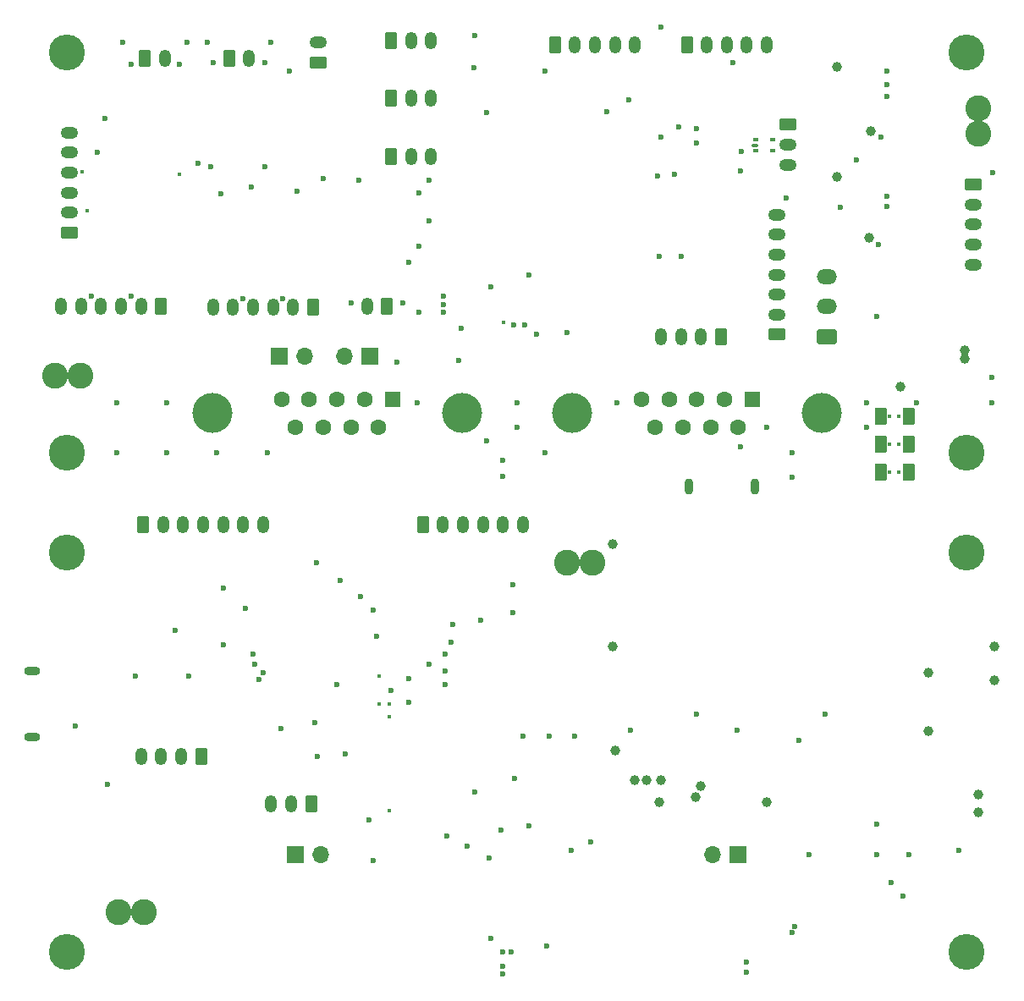
<source format=gbr>
%TF.GenerationSoftware,KiCad,Pcbnew,9.0.0*%
%TF.CreationDate,2025-05-15T12:13:46+12:00*%
%TF.ProjectId,,58585858-5858-4585-9858-585858585858,rev?*%
%TF.SameCoordinates,Original*%
%TF.FileFunction,Copper,L2,Bot*%
%TF.FilePolarity,Positive*%
%FSLAX46Y46*%
G04 Gerber Fmt 4.6, Leading zero omitted, Abs format (unit mm)*
G04 Created by KiCad (PCBNEW 9.0.0) date 2025-05-15 12:13:46*
%MOMM*%
%LPD*%
G01*
G04 APERTURE LIST*
G04 Aperture macros list*
%AMRoundRect*
0 Rectangle with rounded corners*
0 $1 Rounding radius*
0 $2 $3 $4 $5 $6 $7 $8 $9 X,Y pos of 4 corners*
0 Add a 4 corners polygon primitive as box body*
4,1,4,$2,$3,$4,$5,$6,$7,$8,$9,$2,$3,0*
0 Add four circle primitives for the rounded corners*
1,1,$1+$1,$2,$3*
1,1,$1+$1,$4,$5*
1,1,$1+$1,$6,$7*
1,1,$1+$1,$8,$9*
0 Add four rect primitives between the rounded corners*
20,1,$1+$1,$2,$3,$4,$5,0*
20,1,$1+$1,$4,$5,$6,$7,0*
20,1,$1+$1,$6,$7,$8,$9,0*
20,1,$1+$1,$8,$9,$2,$3,0*%
G04 Aperture macros list end*
%TA.AperFunction,ComponentPad*%
%ADD10C,3.600000*%
%TD*%
%TA.AperFunction,ComponentPad*%
%ADD11C,2.600000*%
%TD*%
%TA.AperFunction,ComponentPad*%
%ADD12RoundRect,0.250000X0.350000X0.625000X-0.350000X0.625000X-0.350000X-0.625000X0.350000X-0.625000X0*%
%TD*%
%TA.AperFunction,ComponentPad*%
%ADD13O,1.200000X1.750000*%
%TD*%
%TA.AperFunction,ComponentPad*%
%ADD14RoundRect,0.250000X-0.350000X-0.625000X0.350000X-0.625000X0.350000X0.625000X-0.350000X0.625000X0*%
%TD*%
%TA.AperFunction,ComponentPad*%
%ADD15R,1.700000X1.700000*%
%TD*%
%TA.AperFunction,ComponentPad*%
%ADD16O,1.700000X1.700000*%
%TD*%
%TA.AperFunction,HeatsinkPad*%
%ADD17O,1.600000X0.900000*%
%TD*%
%TA.AperFunction,SMDPad,CuDef*%
%ADD18RoundRect,0.250000X-0.375000X-0.625000X0.375000X-0.625000X0.375000X0.625000X-0.375000X0.625000X0*%
%TD*%
%TA.AperFunction,ComponentPad*%
%ADD19C,4.000000*%
%TD*%
%TA.AperFunction,ComponentPad*%
%ADD20R,1.600000X1.600000*%
%TD*%
%TA.AperFunction,ComponentPad*%
%ADD21C,1.600000*%
%TD*%
%TA.AperFunction,ComponentPad*%
%ADD22RoundRect,0.250000X0.625000X-0.350000X0.625000X0.350000X-0.625000X0.350000X-0.625000X-0.350000X0*%
%TD*%
%TA.AperFunction,ComponentPad*%
%ADD23O,1.750000X1.200000*%
%TD*%
%TA.AperFunction,ComponentPad*%
%ADD24RoundRect,0.250000X-0.625000X0.350000X-0.625000X-0.350000X0.625000X-0.350000X0.625000X0.350000X0*%
%TD*%
%TA.AperFunction,SMDPad,CuDef*%
%ADD25RoundRect,0.095000X-0.155000X-0.095000X0.155000X-0.095000X0.155000X0.095000X-0.155000X0.095000X0*%
%TD*%
%TA.AperFunction,SMDPad,CuDef*%
%ADD26RoundRect,0.075000X-0.250000X-0.075000X0.250000X-0.075000X0.250000X0.075000X-0.250000X0.075000X0*%
%TD*%
%TA.AperFunction,ComponentPad*%
%ADD27RoundRect,0.250001X0.759999X-0.499999X0.759999X0.499999X-0.759999X0.499999X-0.759999X-0.499999X0*%
%TD*%
%TA.AperFunction,ComponentPad*%
%ADD28O,2.020000X1.500000*%
%TD*%
%TA.AperFunction,HeatsinkPad*%
%ADD29O,0.900000X1.600000*%
%TD*%
%TA.AperFunction,ViaPad*%
%ADD30C,0.600000*%
%TD*%
%TA.AperFunction,ViaPad*%
%ADD31C,1.000000*%
%TD*%
%TA.AperFunction,ViaPad*%
%ADD32C,0.450000*%
%TD*%
G04 APERTURE END LIST*
D10*
%TO.P,H2,1,1*%
%TO.N,GND*%
X189521320Y-102121320D03*
%TD*%
%TO.P,H1,1,1*%
%TO.N,GND*%
X99521320Y-102121320D03*
%TD*%
D11*
%TO.P,TP20,1,1*%
%TO.N,GND*%
X149521320Y-103121320D03*
X152061320Y-103121320D03*
%TD*%
D12*
%TO.P,J2,1,Pin_1*%
%TO.N,/UART2_RX*%
X123921320Y-127321320D03*
D13*
%TO.P,J2,2,Pin_2*%
%TO.N,GND*%
X121921320Y-127321320D03*
%TO.P,J2,3,Pin_3*%
%TO.N,/UART2_TX*%
X119921320Y-127321320D03*
%TD*%
D14*
%TO.P,J18,1,Pin_1*%
%TO.N,GND*%
X107121320Y-99321320D03*
D13*
%TO.P,J18,2,Pin_2*%
%TO.N,/PWM_EXT*%
X109121320Y-99321320D03*
%TO.P,J18,3,Pin_3*%
%TO.N,/A11*%
X111121320Y-99321320D03*
%TO.P,J18,4,Pin_4*%
%TO.N,+3V3*%
X113121320Y-99321320D03*
%TO.P,J18,5,Pin_5*%
%TO.N,/A9*%
X115121320Y-99321320D03*
%TO.P,J18,6,Pin_6*%
%TO.N,/A8*%
X117121320Y-99321320D03*
%TO.P,J18,7,Pin_7*%
%TO.N,GND*%
X119121320Y-99321320D03*
%TD*%
D11*
%TO.P,TP19,1,1*%
%TO.N,GND*%
X104651320Y-138121320D03*
X107191320Y-138121320D03*
%TD*%
D10*
%TO.P,H3,1,1*%
%TO.N,GND*%
X99521320Y-142121320D03*
%TD*%
D15*
%TO.P,J10,1,Pin_1*%
%TO.N,/CANL2*%
X122321320Y-132321320D03*
D16*
%TO.P,J10,2,Pin_2*%
%TO.N,Net-(J10-Pin_2)*%
X124861320Y-132321320D03*
%TD*%
D14*
%TO.P,J8,1,Pin_1*%
%TO.N,GND*%
X135121320Y-99371320D03*
D13*
%TO.P,J8,2,Pin_2*%
%TO.N,/SPI_MOSI*%
X137121320Y-99371320D03*
%TO.P,J8,3,Pin_3*%
%TO.N,/SPI_MISO*%
X139121320Y-99371320D03*
%TO.P,J8,4,Pin_4*%
%TO.N,/SPI_SCK*%
X141121320Y-99371320D03*
%TO.P,J8,5,Pin_5*%
%TO.N,/SPI_CS*%
X143121320Y-99371320D03*
%TO.P,J8,6,Pin_6*%
%TO.N,+3V3*%
X145121320Y-99371320D03*
%TD*%
D15*
%TO.P,J9,1,Pin_1*%
%TO.N,/CANH1*%
X166596320Y-132321320D03*
D16*
%TO.P,J9,2,Pin_2*%
%TO.N,Net-(J9-Pin_2)*%
X164056320Y-132321320D03*
%TD*%
D12*
%TO.P,J1,1,Pin_1*%
%TO.N,/SWCLK*%
X112921320Y-122521320D03*
D13*
%TO.P,J1,2,Pin_2*%
%TO.N,GND*%
X110921320Y-122521320D03*
%TO.P,J1,3,Pin_3*%
%TO.N,/SWDIO*%
X108921320Y-122521320D03*
%TO.P,J1,4,Pin_4*%
%TO.N,/NRST*%
X106921320Y-122521320D03*
%TD*%
D17*
%TO.P,J4,6,Shield*%
%TO.N,unconnected-(J4-Shield-Pad6)*%
X96046320Y-114021320D03*
%TO.N,unconnected-(J4-Shield-Pad6)_1*%
X96046320Y-120621320D03*
%TD*%
D10*
%TO.P,H4,1,1*%
%TO.N,GND*%
X189521320Y-142121320D03*
%TD*%
D14*
%TO.P,J17,1,Pin_1*%
%TO.N,GND*%
X131921320Y-56671320D03*
D13*
%TO.P,J17,2,Pin_2*%
%TO.N,Net-(J17-Pin_2)*%
X133921320Y-56671320D03*
%TO.P,J17,3,Pin_3*%
%TO.N,+5VA*%
X135921320Y-56671320D03*
%TD*%
D14*
%TO.P,J10,1,Pin_1*%
%TO.N,GND*%
X148321320Y-51321320D03*
D13*
%TO.P,J10,2,Pin_2*%
%TO.N,/I2C3_SDA*%
X150321320Y-51321320D03*
%TO.P,J10,3,Pin_3*%
%TO.N,+5V*%
X152321320Y-51321320D03*
%TO.P,J10,4,Pin_4*%
%TO.N,/I2C3_SCL*%
X154321320Y-51321320D03*
%TO.P,J10,5,Pin_5*%
%TO.N,+3V3*%
X156321320Y-51321320D03*
%TD*%
D12*
%TO.P,J1,1,Pin_1*%
%TO.N,/SWCLK*%
X164921320Y-80521320D03*
D13*
%TO.P,J1,2,Pin_2*%
%TO.N,GND*%
X162921320Y-80521320D03*
%TO.P,J1,3,Pin_3*%
%TO.N,/SWDIO*%
X160921320Y-80521320D03*
%TO.P,J1,4,Pin_4*%
%TO.N,/NRST*%
X158921320Y-80521320D03*
%TD*%
D18*
%TO.P,D5,1,K*%
%TO.N,GND*%
X180921320Y-88521320D03*
%TO.P,D5,2,A*%
%TO.N,Net-(D5-A)*%
X183721320Y-88521320D03*
%TD*%
D12*
%TO.P,J16,1,Pin_1*%
%TO.N,+5VA*%
X108921320Y-77521320D03*
D13*
%TO.P,J16,2,Pin_2*%
%TO.N,/Analog Domain/LC_C_SENSE+*%
X106921320Y-77521320D03*
%TO.P,J16,3,Pin_3*%
%TO.N,/Analog Domain/LC_C_SIG+*%
X104921320Y-77521320D03*
%TO.P,J16,4,Pin_4*%
%TO.N,/Analog Domain/LC_C_SIG-*%
X102921320Y-77521320D03*
%TO.P,J16,5,Pin_5*%
%TO.N,/Analog Domain/LC_C_SENSE-*%
X100921320Y-77521320D03*
%TO.P,J16,6,Pin_6*%
%TO.N,GND*%
X98921320Y-77521320D03*
%TD*%
D14*
%TO.P,J21,1,Pin_1*%
%TO.N,Net-(J21-Pin_1)*%
X115721320Y-52651320D03*
D13*
%TO.P,J21,2,Pin_2*%
%TO.N,Net-(J21-Pin_2)*%
X117721320Y-52651320D03*
%TD*%
D14*
%TO.P,J19,1,Pin_1*%
%TO.N,GND*%
X131921320Y-62471320D03*
D13*
%TO.P,J19,2,Pin_2*%
%TO.N,Net-(J19-Pin_2)*%
X133921320Y-62471320D03*
%TO.P,J19,3,Pin_3*%
%TO.N,+5VA*%
X135921320Y-62471320D03*
%TD*%
D19*
%TO.P,J6,0*%
%TO.N,N/C*%
X175021320Y-88201320D03*
X150021320Y-88201320D03*
D20*
%TO.P,J6,1,1*%
%TO.N,/+7V4_CAN*%
X168061320Y-86781320D03*
D21*
%TO.P,J6,2,2*%
%TO.N,GND*%
X165291320Y-86781320D03*
%TO.P,J6,3,3*%
%TO.N,unconnected-(J6-Pad3)*%
X162521320Y-86781320D03*
%TO.P,J6,4,4*%
%TO.N,GND*%
X159751320Y-86781320D03*
%TO.P,J6,5,5*%
%TO.N,/+7V4_CAN*%
X156981320Y-86781320D03*
%TO.P,J6,6,6*%
%TO.N,/CANH1*%
X166676320Y-89621320D03*
%TO.P,J6,7,7*%
%TO.N,/CANL1*%
X163906320Y-89621320D03*
%TO.P,J6,8,8*%
%TO.N,/CANH2*%
X161136320Y-89621320D03*
%TO.P,J6,9,9*%
%TO.N,/CANL2*%
X158366320Y-89621320D03*
%TD*%
D22*
%TO.P,J22,1,Pin_1*%
%TO.N,Net-(J22-Pin_1)*%
X124671320Y-53121320D03*
D23*
%TO.P,J22,2,Pin_2*%
%TO.N,GND*%
X124671320Y-51121320D03*
%TD*%
D12*
%TO.P,J18,1,Pin_1*%
%TO.N,Net-(J18-Pin_1)*%
X131521320Y-77521320D03*
D13*
%TO.P,J18,2,Pin_2*%
%TO.N,Net-(J18-Pin_2)*%
X129521320Y-77521320D03*
%TD*%
D24*
%TO.P,J5,1,Pin_1*%
%TO.N,GND*%
X190171320Y-65321320D03*
D23*
%TO.P,J5,2,Pin_2*%
%TO.N,/I2C1_SDA*%
X190171320Y-67321320D03*
%TO.P,J5,3,Pin_3*%
%TO.N,+5V*%
X190171320Y-69321320D03*
%TO.P,J5,4,Pin_4*%
%TO.N,/I2C1_SCL*%
X190171320Y-71321320D03*
%TO.P,J5,5,Pin_5*%
%TO.N,+3V3*%
X190171320Y-73321320D03*
%TD*%
D18*
%TO.P,D7,1,K*%
%TO.N,GND*%
X180921320Y-94121320D03*
%TO.P,D7,2,A*%
%TO.N,Net-(D7-A)*%
X183721320Y-94121320D03*
%TD*%
D22*
%TO.P,J13,1,Pin_1*%
%TO.N,+5VA*%
X99721320Y-70121320D03*
D23*
%TO.P,J13,2,Pin_2*%
%TO.N,/Analog Domain/LC_A_SENSE+*%
X99721320Y-68121320D03*
%TO.P,J13,3,Pin_3*%
%TO.N,/Analog Domain/LC_A_SIG+*%
X99721320Y-66121320D03*
%TO.P,J13,4,Pin_4*%
%TO.N,/Analog Domain/LC_A_SIG-*%
X99721320Y-64121320D03*
%TO.P,J13,5,Pin_5*%
%TO.N,/Analog Domain/LC_A_SENSE-*%
X99721320Y-62121320D03*
%TO.P,J13,6,Pin_6*%
%TO.N,GND*%
X99721320Y-60121320D03*
%TD*%
D18*
%TO.P,D6,1,K*%
%TO.N,GND*%
X180921320Y-91321320D03*
%TO.P,D6,2,A*%
%TO.N,Net-(D6-A)*%
X183721320Y-91321320D03*
%TD*%
D19*
%TO.P,J11,0*%
%TO.N,N/C*%
X139021320Y-88201320D03*
X114021320Y-88201320D03*
D20*
%TO.P,J11,1,1*%
%TO.N,/+7V4_CAN*%
X132061320Y-86781320D03*
D21*
%TO.P,J11,2,2*%
%TO.N,GND*%
X129291320Y-86781320D03*
%TO.P,J11,3,3*%
%TO.N,unconnected-(J11-Pad3)*%
X126521320Y-86781320D03*
%TO.P,J11,4,4*%
%TO.N,GND*%
X123751320Y-86781320D03*
%TO.P,J11,5,5*%
%TO.N,/+7V4_CAN*%
X120981320Y-86781320D03*
%TO.P,J11,6,6*%
%TO.N,/CANH1*%
X130676320Y-89621320D03*
%TO.P,J11,7,7*%
%TO.N,/CANL1*%
X127906320Y-89621320D03*
%TO.P,J11,8,8*%
%TO.N,/CANH2*%
X125136320Y-89621320D03*
%TO.P,J11,9,9*%
%TO.N,/CANL2*%
X122366320Y-89621320D03*
%TD*%
D25*
%TO.P,D1,1,K1*%
%TO.N,/I2C1_SDA*%
X168421320Y-61921320D03*
D26*
%TO.P,D1,2,A*%
%TO.N,GND*%
X168341320Y-61381320D03*
D25*
%TO.P,D1,3,K2*%
%TO.N,/I2C1_SCL*%
X168421320Y-60841320D03*
%TO.P,D1,4,K3*%
%TO.N,/UART2_RX*%
X170121320Y-60841320D03*
%TO.P,D1,5,K4*%
%TO.N,/UART2_TX*%
X170121320Y-61921320D03*
%TD*%
D27*
%TO.P,J12,1,Pin_1*%
%TO.N,Net-(J12-Pin_1)*%
X175521320Y-80521320D03*
D28*
%TO.P,J12,2,Pin_2*%
%TO.N,GND*%
X175521320Y-77521320D03*
%TO.P,J12,3,Pin_3*%
X175521320Y-74521320D03*
%TD*%
D14*
%TO.P,J7,1,Pin_1*%
%TO.N,GND*%
X161521320Y-51321320D03*
D13*
%TO.P,J7,2,Pin_2*%
%TO.N,/I2C2_SDA*%
X163521320Y-51321320D03*
%TO.P,J7,3,Pin_3*%
%TO.N,+5V*%
X165521320Y-51321320D03*
%TO.P,J7,4,Pin_4*%
%TO.N,/I2C2_SCL*%
X167521320Y-51321320D03*
%TO.P,J7,5,Pin_5*%
%TO.N,+3V3*%
X169521320Y-51321320D03*
%TD*%
D14*
%TO.P,J20,1,Pin_1*%
%TO.N,Net-(J20-Pin_1)*%
X107321320Y-52721320D03*
D13*
%TO.P,J20,2,Pin_2*%
%TO.N,Net-(J20-Pin_2)*%
X109321320Y-52721320D03*
%TD*%
D12*
%TO.P,J14,1,Pin_1*%
%TO.N,+5VA*%
X124121320Y-77571320D03*
D13*
%TO.P,J14,2,Pin_2*%
%TO.N,/Analog Domain/LC_B_SENSE+*%
X122121320Y-77571320D03*
%TO.P,J14,3,Pin_3*%
%TO.N,/Analog Domain/LC_B_SIG+*%
X120121320Y-77571320D03*
%TO.P,J14,4,Pin_4*%
%TO.N,/Analog Domain/LC_B_SIG-*%
X118121320Y-77571320D03*
%TO.P,J14,5,Pin_5*%
%TO.N,/Analog Domain/LC_B_SENSE-*%
X116121320Y-77571320D03*
%TO.P,J14,6,Pin_6*%
%TO.N,GND*%
X114121320Y-77571320D03*
%TD*%
D14*
%TO.P,J15,1,Pin_1*%
%TO.N,GND*%
X131921320Y-50871320D03*
D13*
%TO.P,J15,2,Pin_2*%
%TO.N,Net-(J15-Pin_2)*%
X133921320Y-50871320D03*
%TO.P,J15,3,Pin_3*%
%TO.N,+5VA*%
X135921320Y-50871320D03*
%TD*%
D29*
%TO.P,J4,6,Shield*%
%TO.N,unconnected-(J4-Shield-Pad6)_4*%
X161721320Y-95521320D03*
%TO.N,unconnected-(J4-Shield-Pad6)*%
X168321320Y-95521320D03*
%TD*%
D10*
%TO.P,H2,1,1*%
%TO.N,GND*%
X189521320Y-52121320D03*
%TD*%
%TO.P,H1,1,1*%
%TO.N,GND*%
X99521320Y-52121320D03*
%TD*%
%TO.P,H3,1,1*%
%TO.N,GND*%
X99521320Y-92121320D03*
%TD*%
D22*
%TO.P,J3,1,Pin_1*%
%TO.N,GND*%
X170571320Y-80321320D03*
D23*
%TO.P,J3,2,Pin_2*%
%TO.N,/E1*%
X170571320Y-78321320D03*
%TO.P,J3,3,Pin_3*%
%TO.N,/E2*%
X170571320Y-76321320D03*
%TO.P,J3,4,Pin_4*%
%TO.N,+3V3*%
X170571320Y-74321320D03*
%TO.P,J3,5,Pin_5*%
%TO.N,/E3*%
X170571320Y-72321320D03*
%TO.P,J3,6,Pin_6*%
%TO.N,/E4*%
X170571320Y-70321320D03*
%TO.P,J3,7,Pin_7*%
%TO.N,GND*%
X170571320Y-68321320D03*
%TD*%
D11*
%TO.P,TP19,1,1*%
%TO.N,GND*%
X98351320Y-84421320D03*
X100891320Y-84421320D03*
%TD*%
D15*
%TO.P,J9,1,Pin_1*%
%TO.N,/CANL2*%
X120721320Y-82521320D03*
D16*
%TO.P,J9,2,Pin_2*%
%TO.N,Net-(J9-Pin_2)*%
X123261320Y-82521320D03*
%TD*%
D10*
%TO.P,H4,1,1*%
%TO.N,GND*%
X189521320Y-92121320D03*
%TD*%
D15*
%TO.P,J8,1,Pin_1*%
%TO.N,/CANH1*%
X129796320Y-82521320D03*
D16*
%TO.P,J8,2,Pin_2*%
%TO.N,Net-(J8-Pin_2)*%
X127256320Y-82521320D03*
%TD*%
D24*
%TO.P,J2,1,Pin_1*%
%TO.N,/UART2_RX*%
X171671320Y-59321320D03*
D23*
%TO.P,J2,2,Pin_2*%
%TO.N,GND*%
X171671320Y-61321320D03*
%TO.P,J2,3,Pin_3*%
%TO.N,/UART2_TX*%
X171671320Y-63321320D03*
%TD*%
D11*
%TO.P,TP20,1,1*%
%TO.N,GND*%
X190721320Y-60261320D03*
X190721320Y-57721320D03*
%TD*%
D30*
%TO.N,/PWM_A*%
X119121320Y-114121320D03*
%TO.N,Net-(J15-Pin_4)*%
X138121320Y-109321320D03*
%TO.N,/PWM_B*%
X137321320Y-115322320D03*
X118702041Y-114871320D03*
%TO.N,Net-(J14-Pin_4)*%
X140921320Y-108921320D03*
%TO.N,/CAN2_AUX*%
X130121320Y-132921320D03*
X124521320Y-122521320D03*
%TO.N,/CANL2*%
X143121320Y-142121320D03*
X143121320Y-143521320D03*
%TO.N,/CAN1_AUX*%
X151921320Y-131121320D03*
X127321320Y-122321320D03*
%TO.N,/CANH1*%
X147521320Y-141521320D03*
%TO.N,/CANL1*%
X141921320Y-140721320D03*
%TO.N,Net-(D8-A)*%
X183721320Y-132371322D03*
X181921320Y-135121320D03*
X183121320Y-136521320D03*
D31*
%TO.N,+7V4*%
X185721320Y-120021320D03*
X185721320Y-114121320D03*
X190706320Y-126321320D03*
D30*
X162521320Y-118321320D03*
D31*
X190706320Y-128121320D03*
D30*
%TO.N,GND*%
X167521320Y-143121320D03*
X130521320Y-110521320D03*
D31*
X192321320Y-111521320D03*
D30*
X150321320Y-120521320D03*
X110321320Y-109921320D03*
X147721320Y-120521320D03*
D31*
X162421320Y-126621320D03*
D30*
X180521320Y-129321320D03*
D31*
X158721320Y-127121320D03*
D30*
X172721320Y-120921320D03*
X129721320Y-128861320D03*
X139521320Y-131521320D03*
X166521320Y-119921320D03*
%TO.N,/LED2*%
X124321320Y-119121320D03*
%TO.N,/LED1*%
X120921320Y-119721320D03*
%TO.N,/PWM_EXT*%
X115121320Y-105721320D03*
X115121320Y-111321320D03*
%TO.N,Net-(J17-Pin_4)*%
X144121320Y-105321320D03*
%TO.N,/PWM_D*%
X137921320Y-111122320D03*
X118121320Y-112321320D03*
%TO.N,Net-(J16-Pin_4)*%
X144121320Y-108121320D03*
%TO.N,/PWM_C*%
X118321320Y-113321320D03*
X137321320Y-112321320D03*
%TO.N,/PWM_A*%
X137321320Y-113995320D03*
%TO.N,GND*%
X130121320Y-107921320D03*
X133721320Y-117121320D03*
X172096320Y-140121320D03*
X124471320Y-103121320D03*
X175321320Y-118321320D03*
X180521320Y-132321320D03*
X167521320Y-144121320D03*
X128871320Y-106521320D03*
D31*
X192321320Y-114921320D03*
D30*
X172321320Y-139521320D03*
X145121320Y-120521320D03*
X144321320Y-124721320D03*
D31*
X154121320Y-101321320D03*
D30*
X133721320Y-114721320D03*
X143921320Y-142121320D03*
X155921320Y-119921320D03*
X126871320Y-104921320D03*
X131921320Y-115921320D03*
X143121320Y-144321320D03*
D31*
X162921320Y-125521320D03*
D30*
X145721320Y-129521320D03*
D32*
X131722214Y-118569291D03*
D30*
X126521320Y-115321320D03*
D31*
X169521320Y-127121320D03*
X154121320Y-111521320D03*
D30*
X100321320Y-119521320D03*
X142921320Y-129921320D03*
X135721320Y-113321320D03*
%TO.N,+3V3*%
X117321320Y-107721320D03*
X137521320Y-130521320D03*
X106321320Y-114521320D03*
D32*
X130721320Y-117321320D03*
X130721320Y-114521320D03*
D31*
X158921320Y-124921320D03*
D30*
X140296320Y-126121320D03*
X141721320Y-132721320D03*
D31*
X154371320Y-121921320D03*
X156321320Y-124921320D03*
X157521320Y-124921320D03*
D32*
X131721320Y-117321320D03*
D30*
X111721320Y-114521320D03*
X173721320Y-132321320D03*
X103521320Y-125321320D03*
X188721320Y-131921320D03*
D32*
X131721320Y-127921320D03*
D30*
X149921320Y-131921320D03*
%TO.N,Net-(U5-DRDY_N)*%
X134721320Y-66121320D03*
%TO.N,Net-(U5-RESET_N)*%
X128721320Y-64921320D03*
%TO.N,/2S+ A10*%
X171421320Y-66621320D03*
%TO.N,/I2C1_SDA*%
X160921320Y-72521320D03*
%TO.N,/I2C1_SCL*%
X158721320Y-72521320D03*
%TO.N,/NRST*%
X158571320Y-64471320D03*
D32*
%TO.N,Net-(D6-A)*%
X182721320Y-91321320D03*
D30*
%TO.N,/CANL2*%
X143121320Y-92921320D03*
X143121320Y-94521320D03*
%TO.N,/CANH1*%
X147321320Y-92121320D03*
%TO.N,/CANL1*%
X141521320Y-90921320D03*
D32*
%TO.N,GND*%
X101024818Y-64004065D03*
D30*
X179521320Y-89621320D03*
D31*
X179796320Y-70646320D03*
D30*
X103321320Y-58721320D03*
D32*
X181821320Y-94121320D03*
D30*
X104521320Y-87121320D03*
X176858820Y-67583820D03*
D31*
X176521320Y-53521320D03*
D30*
X122521320Y-65971320D03*
D32*
X181821320Y-88521320D03*
D30*
X160721320Y-59521320D03*
X105921320Y-76521320D03*
D31*
X179896320Y-59946320D03*
D30*
X172021320Y-94621320D03*
X180921320Y-60521320D03*
D31*
X189321320Y-82721320D03*
D30*
X154521320Y-87121320D03*
X114921320Y-66221320D03*
X153521320Y-58021320D03*
X114121320Y-53101320D03*
X179521320Y-87121320D03*
X101921320Y-76521320D03*
X138721320Y-82921320D03*
X158921320Y-49521320D03*
X112621320Y-63221320D03*
X119921320Y-51101320D03*
X144521320Y-87121320D03*
X104521320Y-92121320D03*
X102521320Y-62121320D03*
X192021320Y-87121320D03*
X155721320Y-56821320D03*
D31*
X182921320Y-85521320D03*
D30*
X141521320Y-58121320D03*
X140221320Y-53621320D03*
D32*
X181821320Y-91321320D03*
D30*
X140321320Y-50421320D03*
X119321320Y-63521320D03*
X180721320Y-71321320D03*
X172021320Y-92121320D03*
X117121320Y-76721320D03*
D32*
X143220148Y-79146320D03*
D30*
X109521320Y-87121320D03*
X121121320Y-76721320D03*
X184521320Y-87121320D03*
D31*
X176521320Y-64521320D03*
D30*
X160321320Y-64321320D03*
X114521320Y-92121320D03*
X169521320Y-89621320D03*
X133121320Y-77121320D03*
X132521320Y-83121320D03*
X145321320Y-79321320D03*
X162521320Y-59721320D03*
X192021320Y-84621320D03*
X180521320Y-78521320D03*
X127921320Y-77121320D03*
X144521320Y-89621320D03*
X134521320Y-87121320D03*
X119321320Y-53101320D03*
X145721320Y-74321320D03*
X110721320Y-53321320D03*
X166971320Y-62021320D03*
X113921320Y-63546320D03*
X166921320Y-91521320D03*
D31*
X189321320Y-81921320D03*
D30*
X111521320Y-51121320D03*
D32*
X101521320Y-67921320D03*
D30*
X109521320Y-92121320D03*
X119521320Y-92121320D03*
X105921320Y-53321320D03*
%TO.N,+3V3*%
X166121320Y-53121320D03*
X181521320Y-55321320D03*
X181521320Y-53921320D03*
X125121320Y-64721320D03*
X146521320Y-80321320D03*
X158964680Y-60563769D03*
D32*
%TO.N,Net-(D7-A)*%
X182721320Y-94121320D03*
%TO.N,Net-(D5-A)*%
X182721320Y-88521320D03*
D30*
%TO.N,+5VA*%
X105121320Y-51121320D03*
D32*
X110721320Y-64321320D03*
D30*
X137146320Y-77321320D03*
X137146320Y-76521320D03*
X134721320Y-78121320D03*
X137146320Y-78121320D03*
X121721320Y-53921320D03*
X113521320Y-51101320D03*
%TO.N,+5V*%
X178521320Y-62846320D03*
X144221446Y-79321320D03*
X181521320Y-67521320D03*
X181521320Y-66521320D03*
X138921320Y-79721320D03*
%TO.N,/2S+ A10*%
X166921320Y-63921320D03*
%TO.N,+3V3*%
X141908820Y-75508820D03*
X149521320Y-80121320D03*
X117921320Y-65521320D03*
X181521320Y-56521320D03*
X192121320Y-64121320D03*
X147321320Y-53921320D03*
X162521320Y-61121320D03*
%TO.N,Net-(U5-RESET_N)*%
X133740216Y-73102424D03*
%TO.N,Net-(U5-CS_N)*%
X135721320Y-64921320D03*
X135721320Y-68921320D03*
%TO.N,Net-(U5-DRDY_N)*%
X134721320Y-71501838D03*
%TD*%
M02*

</source>
